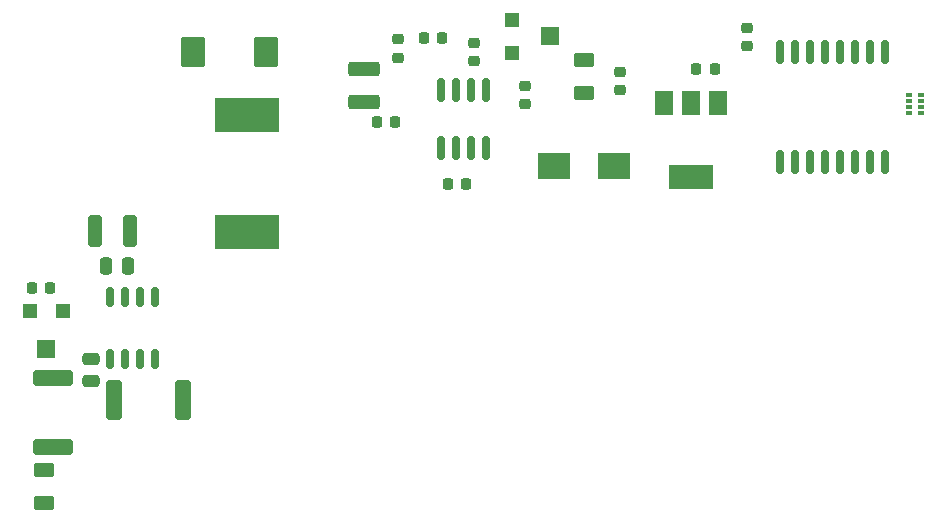
<source format=gtp>
G04 #@! TF.GenerationSoftware,KiCad,Pcbnew,(6.0.5)*
G04 #@! TF.CreationDate,2022-05-31T00:33:45+02:00*
G04 #@! TF.ProjectId,nixie_control_board,6e697869-655f-4636-9f6e-74726f6c5f62,rev?*
G04 #@! TF.SameCoordinates,Original*
G04 #@! TF.FileFunction,Paste,Top*
G04 #@! TF.FilePolarity,Positive*
%FSLAX46Y46*%
G04 Gerber Fmt 4.6, Leading zero omitted, Abs format (unit mm)*
G04 Created by KiCad (PCBNEW (6.0.5)) date 2022-05-31 00:33:45*
%MOMM*%
%LPD*%
G01*
G04 APERTURE LIST*
G04 Aperture macros list*
%AMRoundRect*
0 Rectangle with rounded corners*
0 $1 Rounding radius*
0 $2 $3 $4 $5 $6 $7 $8 $9 X,Y pos of 4 corners*
0 Add a 4 corners polygon primitive as box body*
4,1,4,$2,$3,$4,$5,$6,$7,$8,$9,$2,$3,0*
0 Add four circle primitives for the rounded corners*
1,1,$1+$1,$2,$3*
1,1,$1+$1,$4,$5*
1,1,$1+$1,$6,$7*
1,1,$1+$1,$8,$9*
0 Add four rect primitives between the rounded corners*
20,1,$1+$1,$2,$3,$4,$5,0*
20,1,$1+$1,$4,$5,$6,$7,0*
20,1,$1+$1,$6,$7,$8,$9,0*
20,1,$1+$1,$8,$9,$2,$3,0*%
G04 Aperture macros list end*
%ADD10R,0.500000X0.400000*%
%ADD11R,0.500000X0.300000*%
%ADD12RoundRect,0.150000X-0.150000X0.875000X-0.150000X-0.875000X0.150000X-0.875000X0.150000X0.875000X0*%
%ADD13RoundRect,0.249750X0.425250X1.425250X-0.425250X1.425250X-0.425250X-1.425250X0.425250X-1.425250X0*%
%ADD14RoundRect,0.250000X0.325000X1.100000X-0.325000X1.100000X-0.325000X-1.100000X0.325000X-1.100000X0*%
%ADD15RoundRect,0.250000X-0.475000X0.250000X-0.475000X-0.250000X0.475000X-0.250000X0.475000X0.250000X0*%
%ADD16RoundRect,0.250000X-0.787500X-1.025000X0.787500X-1.025000X0.787500X1.025000X-0.787500X1.025000X0*%
%ADD17RoundRect,0.250000X-0.625000X0.375000X-0.625000X-0.375000X0.625000X-0.375000X0.625000X0.375000X0*%
%ADD18RoundRect,0.218750X-0.256250X0.218750X-0.256250X-0.218750X0.256250X-0.218750X0.256250X0.218750X0*%
%ADD19RoundRect,0.218750X-0.218750X-0.256250X0.218750X-0.256250X0.218750X0.256250X-0.218750X0.256250X0*%
%ADD20R,1.200000X1.200000*%
%ADD21R,1.600000X1.500000*%
%ADD22R,1.500000X1.600000*%
%ADD23R,2.700000X2.200000*%
%ADD24RoundRect,0.150000X0.150000X-0.825000X0.150000X0.825000X-0.150000X0.825000X-0.150000X-0.825000X0*%
%ADD25RoundRect,0.218750X0.218750X0.256250X-0.218750X0.256250X-0.218750X-0.256250X0.218750X-0.256250X0*%
%ADD26RoundRect,0.250000X1.075000X-0.375000X1.075000X0.375000X-1.075000X0.375000X-1.075000X-0.375000X0*%
%ADD27R,5.400000X2.900000*%
%ADD28RoundRect,0.225000X-0.250000X0.225000X-0.250000X-0.225000X0.250000X-0.225000X0.250000X0.225000X0*%
%ADD29RoundRect,0.249750X1.425250X-0.425250X1.425250X0.425250X-1.425250X0.425250X-1.425250X-0.425250X0*%
%ADD30RoundRect,0.250000X1.425000X-0.425000X1.425000X0.425000X-1.425000X0.425000X-1.425000X-0.425000X0*%
%ADD31RoundRect,0.250000X0.625000X-0.375000X0.625000X0.375000X-0.625000X0.375000X-0.625000X-0.375000X0*%
%ADD32RoundRect,0.218750X0.256250X-0.218750X0.256250X0.218750X-0.256250X0.218750X-0.256250X-0.218750X0*%
%ADD33RoundRect,0.250000X0.250000X0.475000X-0.250000X0.475000X-0.250000X-0.475000X0.250000X-0.475000X0*%
%ADD34R,1.500000X2.000000*%
%ADD35R,3.800000X2.000000*%
%ADD36RoundRect,0.150000X-0.150000X0.675000X-0.150000X-0.675000X0.150000X-0.675000X0.150000X0.675000X0*%
G04 APERTURE END LIST*
D10*
X186252800Y-72444400D03*
D11*
X186252800Y-71944400D03*
X186252800Y-71444400D03*
D10*
X186252800Y-70944400D03*
X185252800Y-70944400D03*
D11*
X185252800Y-71444400D03*
X185252800Y-71944400D03*
D10*
X185252800Y-72444400D03*
D12*
X183197800Y-67294400D03*
X181927800Y-67294400D03*
X180657800Y-67294400D03*
X179387800Y-67294400D03*
X178117800Y-67294400D03*
X176847800Y-67294400D03*
X175577800Y-67294400D03*
X174307800Y-67294400D03*
X174307800Y-76594400D03*
X175577800Y-76594400D03*
X176847800Y-76594400D03*
X178117800Y-76594400D03*
X179387800Y-76594400D03*
X180657800Y-76594400D03*
X181927800Y-76594400D03*
X183197800Y-76594400D03*
D13*
X123747000Y-96774600D03*
X117947000Y-96774600D03*
D14*
X119277800Y-82444400D03*
X116327800Y-82444400D03*
D15*
X116002800Y-93244400D03*
X116002800Y-95144400D03*
D16*
X124604700Y-67251600D03*
X130829700Y-67251600D03*
D17*
X111990700Y-102686800D03*
X111990700Y-105486800D03*
D18*
X160752800Y-68964100D03*
X160752800Y-70539100D03*
D19*
X167252800Y-68750650D03*
X168827800Y-68750650D03*
D20*
X113602800Y-89211000D03*
D21*
X112202800Y-92451000D03*
D20*
X110802800Y-89211000D03*
X151632800Y-64544400D03*
D22*
X154872800Y-65944400D03*
D20*
X151632800Y-67344400D03*
D18*
X148467200Y-66506900D03*
X148467200Y-68081900D03*
D19*
X144179700Y-66094400D03*
X145754700Y-66094400D03*
D23*
X155202800Y-76944400D03*
X160302800Y-76944400D03*
D24*
X145597800Y-75419400D03*
X146867800Y-75419400D03*
X148137800Y-75419400D03*
X149407800Y-75419400D03*
X149407800Y-70469400D03*
X148137800Y-70469400D03*
X146867800Y-70469400D03*
X145597800Y-70469400D03*
D25*
X147790300Y-78444400D03*
X146215300Y-78444400D03*
D26*
X139152800Y-71544400D03*
X139152800Y-68744400D03*
D27*
X129202800Y-82544400D03*
X129202800Y-72644400D03*
D28*
X171502800Y-65226600D03*
X171502800Y-66776600D03*
D19*
X110961900Y-87275000D03*
X112536900Y-87275000D03*
D29*
X112765400Y-100716000D03*
D30*
X112765400Y-94916000D03*
D18*
X141967200Y-66214100D03*
X141967200Y-67789100D03*
D31*
X157717200Y-70751600D03*
X157717200Y-67951600D03*
D32*
X152752800Y-71731900D03*
X152752800Y-70156900D03*
D25*
X141754700Y-73251600D03*
X140179700Y-73251600D03*
D33*
X119152800Y-85444400D03*
X117252800Y-85444400D03*
D34*
X169090300Y-71600650D03*
X166790300Y-71600650D03*
X164490300Y-71600650D03*
D35*
X166790300Y-77900650D03*
D36*
X121407800Y-88019400D03*
X120137800Y-88019400D03*
X118867800Y-88019400D03*
X117597800Y-88019400D03*
X117597800Y-93269400D03*
X118867800Y-93269400D03*
X120137800Y-93269400D03*
X121407800Y-93269400D03*
M02*

</source>
